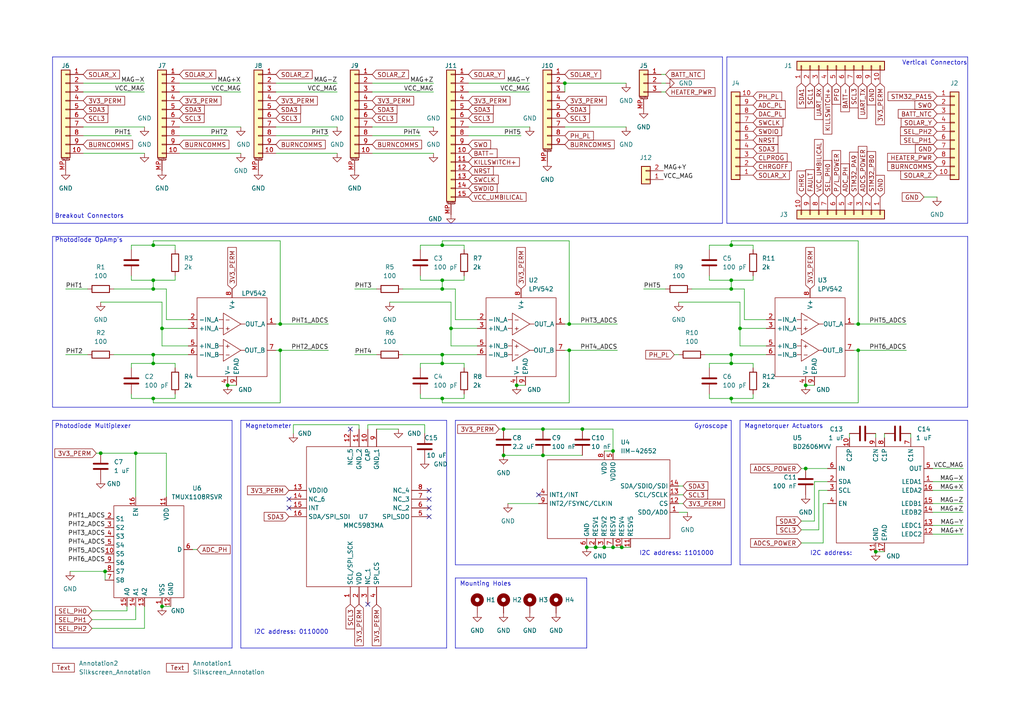
<source format=kicad_sch>
(kicad_sch (version 20230121) (generator eeschema)
  (paper "A4")
  (title_block (title "ADCS subsyetm schematic") (date "01/12/2022") (rev "2.0") (company "NanoSat Lab UPC"))
  (junction (at 212.09 71.12))
  (junction (at 212.09 102.87))
  (junction (at 175.26 158.75))
  (junction (at 29.21 131.445))
  (junction (at 44.45 71.12))
  (junction (at 254 160.02))
  (junction (at 233.68 135.89))
  (junction (at 248.92 101.6))
  (junction (at 39.37 131.445))
  (junction (at 214.63 95.25))
  (junction (at 146.05 132.08))
  (junction (at 128.27 115.57))
  (junction (at 157.48 132.08))
  (junction (at 165.1 101.6))
  (junction (at 163.83 24.13))
  (junction (at 46.99 95.25))
  (junction (at 128.27 83.82))
  (junction (at 66.04 111.76))
  (junction (at 46.99 175.895))
  (junction (at 180.34 158.75))
  (junction (at 212.09 105.41))
  (junction (at 44.45 115.57))
  (junction (at 172.72 158.75))
  (junction (at 44.45 83.82))
  (junction (at 157.48 124.46))
  (junction (at 44.45 105.41))
  (junction (at 177.8 158.75))
  (junction (at 128.27 105.41))
  (junction (at 165.1 93.98))
  (junction (at 44.45 102.87))
  (junction (at 170.18 158.75))
  (junction (at 212.09 81.28))
  (junction (at 212.09 83.82))
  (junction (at 149.86 111.76))
  (junction (at 128.27 71.12))
  (junction (at 233.68 111.76))
  (junction (at 168.91 124.46))
  (junction (at 44.45 81.28))
  (junction (at 81.28 93.98))
  (junction (at 130.81 95.25))
  (junction (at 177.8 130.81))
  (junction (at 146.05 124.46))
  (junction (at 212.09 115.57))
  (junction (at 30.48 165.735))
  (junction (at 248.92 93.98))
  (junction (at 81.28 101.6))
  (junction (at 128.27 102.87))
  (junction (at 128.27 81.28))
  (no_connect (at 106.68 175.26))
  (no_connect (at 83.82 144.78))
  (no_connect (at 124.46 149.86))
  (no_connect (at 124.46 142.24))
  (no_connect (at 101.6 124.46))
  (no_connect (at 156.21 143.51))
  (no_connect (at 124.46 144.78))
  (no_connect (at 124.46 147.32))
  (no_connect (at 83.82 147.32))
  (wire (pts (xy 172.72 158.75) (xy 175.26 158.75)))
  (wire (pts (xy 212.09 102.87) (xy 222.25 102.87)))
  (wire (pts (xy 236.22 139.7) (xy 236.22 151.13)))
  (polyline (pts (xy 15.24 68.58) (xy 280.67 68.58)))
  (wire (pts (xy 138.43 100.33) (xy 130.81 100.33)))
  (wire (pts (xy 236.22 139.7) (xy 240.03 139.7)))
  (wire (pts (xy 163.83 101.6) (xy 165.1 101.6)))
  (wire (pts (xy 36.83 177.165) (xy 26.67 177.165)))
  (wire (pts (xy 38.1 106.68) (xy 38.1 105.41)))
  (wire (pts (xy 38.1 115.57) (xy 44.45 115.57)))
  (polyline (pts (xy 214.63 163.83) (xy 280.67 163.83)))
  (wire (pts (xy 33.02 83.82) (xy 44.45 83.82)))
  (wire (pts (xy 66.04 39.37) (xy 52.07 39.37)))
  (wire (pts (xy 198.12 143.51) (xy 196.85 143.51)))
  (wire (pts (xy 44.45 102.87) (xy 54.61 102.87)))
  (wire (pts (xy 168.91 124.46) (xy 177.8 124.46)))
  (wire (pts (xy 80.01 93.98) (xy 81.28 93.98)))
  (wire (pts (xy 175.26 130.81) (xy 177.8 130.81)))
  (polyline (pts (xy 15.24 16.51) (xy 209.55 16.51)))
  (wire (pts (xy 85.09 123.19) (xy 85.09 125.73)))
  (wire (pts (xy 236.22 151.13) (xy 232.41 151.13)))
  (wire (pts (xy 26.67 182.245) (xy 41.91 182.245)))
  (wire (pts (xy 134.62 81.28) (xy 128.27 81.28)))
  (wire (pts (xy 128.27 81.28) (xy 128.27 83.82)))
  (wire (pts (xy 205.74 71.12) (xy 212.09 71.12)))
  (polyline (pts (xy 132.08 167.64) (xy 132.08 187.96)))
  (wire (pts (xy 44.45 102.87) (xy 44.45 105.41)))
  (polyline (pts (xy 15.24 121.92) (xy 15.24 187.96)))
  (wire (pts (xy 165.1 69.85) (xy 165.1 93.98)))
  (wire (pts (xy 165.1 116.84) (xy 165.1 101.6)))
  (polyline (pts (xy 132.08 167.64) (xy 170.18 167.64)))
  (wire (pts (xy 116.84 102.87) (xy 128.27 102.87)))
  (wire (pts (xy 27.94 131.445) (xy 29.21 131.445)))
  (wire (pts (xy 248.92 69.85) (xy 248.92 93.98)))
  (wire (pts (xy 218.44 105.41) (xy 218.44 106.68)))
  (wire (pts (xy 128.27 102.87) (xy 128.27 105.41)))
  (wire (pts (xy 270.51 148.59) (xy 279.4 148.59)))
  (wire (pts (xy 149.86 111.76) (xy 152.4 111.76)))
  (polyline (pts (xy 214.63 121.92) (xy 280.67 121.92)))
  (wire (pts (xy 107.95 24.13) (xy 125.73 24.13)))
  (polyline (pts (xy 210.82 16.51) (xy 280.67 16.51)))
  (wire (pts (xy 205.74 72.39) (xy 205.74 71.12)))
  (wire (pts (xy 128.27 102.87) (xy 138.43 102.87)))
  (wire (pts (xy 196.85 87.63) (xy 214.63 87.63)))
  (wire (pts (xy 157.48 132.08) (xy 168.91 132.08)))
  (wire (pts (xy 128.27 71.12) (xy 134.62 71.12)))
  (wire (pts (xy 52.07 26.67) (xy 69.85 26.67)))
  (wire (pts (xy 41.91 26.67) (xy 24.13 26.67)))
  (wire (pts (xy 134.62 71.12) (xy 134.62 72.39)))
  (wire (pts (xy 29.21 87.63) (xy 46.99 87.63)))
  (wire (pts (xy 130.81 100.33) (xy 130.81 95.25)))
  (wire (pts (xy 44.45 83.82) (xy 48.26 83.82)))
  (polyline (pts (xy 210.82 16.51) (xy 210.82 64.77)))
  (wire (pts (xy 181.61 36.83) (xy 163.83 36.83)))
  (wire (pts (xy 264.16 125.73) (xy 264.16 127)))
  (wire (pts (xy 193.04 21.59) (xy 191.77 21.59)))
  (wire (pts (xy 50.8 80.01) (xy 50.8 81.28)))
  (wire (pts (xy 44.45 69.85) (xy 81.28 69.85)))
  (wire (pts (xy 38.1 72.39) (xy 38.1 71.12)))
  (wire (pts (xy 267.97 57.15) (xy 271.78 57.15)))
  (polyline (pts (xy 210.82 64.77) (xy 280.67 64.77)))
  (wire (pts (xy 20.32 165.735) (xy 30.48 165.735)))
  (wire (pts (xy 36.83 175.895) (xy 36.83 177.165)))
  (wire (pts (xy 134.62 80.01) (xy 134.62 81.28)))
  (wire (pts (xy 19.05 102.87) (xy 25.4 102.87)))
  (polyline (pts (xy 15.24 118.11) (xy 280.67 118.11)))
  (wire (pts (xy 46.99 100.33) (xy 46.99 95.25)))
  (wire (pts (xy 38.1 81.28) (xy 44.45 81.28)))
  (wire (pts (xy 128.27 115.57) (xy 134.62 115.57)))
  (wire (pts (xy 270.51 139.7) (xy 279.4 139.7)))
  (wire (pts (xy 38.1 39.37) (xy 24.13 39.37)))
  (wire (pts (xy 128.27 116.84) (xy 165.1 116.84)))
  (wire (pts (xy 134.62 114.3) (xy 134.62 115.57)))
  (wire (pts (xy 157.48 124.46) (xy 168.91 124.46)))
  (wire (pts (xy 180.34 158.75) (xy 182.88 158.75)))
  (wire (pts (xy 19.05 83.82) (xy 25.4 83.82)))
  (wire (pts (xy 218.44 114.3) (xy 218.44 115.57)))
  (wire (pts (xy 121.92 106.68) (xy 121.92 105.41)))
  (wire (pts (xy 48.26 131.445) (xy 39.37 131.445)))
  (wire (pts (xy 165.1 101.6) (xy 179.07 101.6)))
  (wire (pts (xy 205.74 105.41) (xy 212.09 105.41)))
  (wire (pts (xy 144.78 124.46) (xy 146.05 124.46)))
  (polyline (pts (xy 15.24 64.77) (xy 209.55 64.77)))
  (wire (pts (xy 57.15 159.385) (xy 55.88 159.385)))
  (polyline (pts (xy 67.31 187.96) (xy 67.31 121.92)))
  (wire (pts (xy 212.09 71.12) (xy 218.44 71.12)))
  (wire (pts (xy 48.26 144.145) (xy 48.26 131.445)))
  (wire (pts (xy 256.54 125.73) (xy 256.54 127)))
  (wire (pts (xy 212.09 71.12) (xy 212.09 69.85)))
  (wire (pts (xy 279.4 135.89) (xy 270.51 135.89)))
  (wire (pts (xy 146.05 124.46) (xy 157.48 124.46)))
  (wire (pts (xy 218.44 81.28) (xy 212.09 81.28)))
  (wire (pts (xy 200.66 83.82) (xy 212.09 83.82)))
  (wire (pts (xy 52.07 24.13) (xy 69.85 24.13)))
  (wire (pts (xy 38.1 114.3) (xy 38.1 115.57)))
  (wire (pts (xy 46.99 175.895) (xy 49.53 175.895)))
  (wire (pts (xy 233.68 135.89) (xy 232.41 135.89)))
  (wire (pts (xy 212.09 69.85) (xy 248.92 69.85)))
  (polyline (pts (xy 15.24 68.58) (xy 15.24 118.11)))
  (wire (pts (xy 147.32 146.05) (xy 156.21 146.05)))
  (wire (pts (xy 248.92 116.84) (xy 248.92 101.6)))
  (wire (pts (xy 205.74 114.3) (xy 205.74 115.57)))
  (wire (pts (xy 41.91 182.245) (xy 41.91 175.895)))
  (wire (pts (xy 128.27 69.85) (xy 165.1 69.85)))
  (wire (pts (xy 80.01 24.13) (xy 97.79 24.13)))
  (wire (pts (xy 270.51 152.4) (xy 279.4 152.4)))
  (polyline (pts (xy 15.24 121.92) (xy 67.31 121.92)))
  (wire (pts (xy 212.09 105.41) (xy 218.44 105.41)))
  (wire (pts (xy 48.26 92.71) (xy 54.61 92.71)))
  (wire (pts (xy 212.09 115.57) (xy 218.44 115.57)))
  (wire (pts (xy 177.8 124.46) (xy 177.8 130.81)))
  (wire (pts (xy 232.41 153.67) (xy 237.49 153.67)))
  (wire (pts (xy 130.81 95.25) (xy 138.43 95.25)))
  (wire (pts (xy 81.28 93.98) (xy 95.25 93.98)))
  (wire (pts (xy 39.37 131.445) (xy 29.21 131.445)))
  (polyline (pts (xy 209.55 64.77) (xy 209.55 16.51)))
  (wire (pts (xy 38.1 105.41) (xy 44.45 105.41)))
  (wire (pts (xy 215.9 92.71) (xy 222.25 92.71)))
  (wire (pts (xy 193.04 24.13) (xy 191.77 24.13)))
  (wire (pts (xy 104.14 123.19) (xy 104.14 124.46)))
  (wire (pts (xy 102.87 83.82) (xy 109.22 83.82)))
  (wire (pts (xy 52.07 44.45) (xy 69.85 44.45)))
  (wire (pts (xy 248.92 93.98) (xy 262.89 93.98)))
  (wire (pts (xy 215.9 83.82) (xy 215.9 92.71)))
  (wire (pts (xy 212.09 115.57) (xy 212.09 116.84)))
  (polyline (pts (xy 214.63 121.92) (xy 214.63 163.83)))
  (wire (pts (xy 50.8 71.12) (xy 50.8 72.39)))
  (wire (pts (xy 97.79 44.45) (xy 80.01 44.45)))
  (wire (pts (xy 238.76 146.05) (xy 240.03 146.05)))
  (wire (pts (xy 204.47 102.87) (xy 212.09 102.87)))
  (wire (pts (xy 218.44 71.12) (xy 218.44 72.39)))
  (wire (pts (xy 80.01 26.67) (xy 97.79 26.67)))
  (wire (pts (xy 153.67 36.83) (xy 135.89 36.83)))
  (wire (pts (xy 128.27 71.12) (xy 128.27 69.85)))
  (polyline (pts (xy 69.85 121.92) (xy 69.85 187.96)))
  (wire (pts (xy 186.69 83.82) (xy 193.04 83.82)))
  (wire (pts (xy 81.28 69.85) (xy 81.28 93.98)))
  (wire (pts (xy 80.01 101.6) (xy 81.28 101.6)))
  (polyline (pts (xy 129.54 187.96) (xy 129.54 121.92)))
  (wire (pts (xy 233.68 111.76) (xy 236.22 111.76)))
  (wire (pts (xy 26.67 179.705) (xy 39.37 179.705)))
  (wire (pts (xy 212.09 116.84) (xy 248.92 116.84)))
  (wire (pts (xy 66.04 111.76) (xy 68.58 111.76)))
  (wire (pts (xy 44.45 115.57) (xy 50.8 115.57)))
  (wire (pts (xy 81.28 116.84) (xy 81.28 101.6)))
  (wire (pts (xy 39.37 131.445) (xy 39.37 144.145)))
  (wire (pts (xy 46.99 87.63) (xy 46.99 95.25)))
  (wire (pts (xy 121.92 39.37) (xy 107.95 39.37)))
  (wire (pts (xy 102.87 102.87) (xy 109.22 102.87)))
  (wire (pts (xy 123.19 123.19) (xy 123.19 125.73)))
  (wire (pts (xy 163.83 93.98) (xy 165.1 93.98)))
  (wire (pts (xy 270.51 146.05) (xy 279.4 146.05)))
  (wire (pts (xy 128.27 115.57) (xy 128.27 116.84)))
  (wire (pts (xy 232.41 157.48) (xy 238.76 157.48)))
  (polyline (pts (xy 69.85 121.92) (xy 129.54 121.92)))
  (wire (pts (xy 50.8 105.41) (xy 50.8 106.68)))
  (wire (pts (xy 106.68 123.19) (xy 123.19 123.19)))
  (wire (pts (xy 205.74 115.57) (xy 212.09 115.57)))
  (wire (pts (xy 248.92 101.6) (xy 262.89 101.6)))
  (polyline (pts (xy 132.08 121.92) (xy 212.09 121.92)))
  (wire (pts (xy 128.27 83.82) (xy 132.08 83.82)))
  (wire (pts (xy 135.89 26.67) (xy 153.67 26.67)))
  (wire (pts (xy 44.45 71.12) (xy 44.45 69.85)))
  (wire (pts (xy 48.26 83.82) (xy 48.26 92.71)))
  (wire (pts (xy 165.1 93.98) (xy 179.07 93.98)))
  (polyline (pts (xy 212.09 163.83) (xy 212.09 121.92)))
  (wire (pts (xy 121.92 80.01) (xy 121.92 81.28)))
  (wire (pts (xy 270.51 154.94) (xy 279.4 154.94)))
  (wire (pts (xy 254 160.02) (xy 256.54 160.02)))
  (wire (pts (xy 212.09 81.28) (xy 212.09 83.82)))
  (wire (pts (xy 69.85 36.83) (xy 52.07 36.83)))
  (wire (pts (xy 109.22 124.46) (xy 115.57 124.46)))
  (wire (pts (xy 163.83 24.13) (xy 163.83 26.67)))
  (wire (pts (xy 254 125.73) (xy 254 127)))
  (wire (pts (xy 247.65 101.6) (xy 248.92 101.6)))
  (wire (pts (xy 54.61 100.33) (xy 46.99 100.33)))
  (wire (pts (xy 146.05 132.08) (xy 157.48 132.08)))
  (wire (pts (xy 212.09 102.87) (xy 212.09 105.41)))
  (wire (pts (xy 44.45 105.41) (xy 50.8 105.41)))
  (wire (pts (xy 196.85 148.59) (xy 199.39 148.59)))
  (wire (pts (xy 247.65 93.98) (xy 248.92 93.98)))
  (wire (pts (xy 238.76 157.48) (xy 238.76 146.05)))
  (wire (pts (xy 135.89 24.13) (xy 153.67 24.13)))
  (polyline (pts (xy 69.85 187.96) (xy 129.54 187.96)))
  (polyline (pts (xy 15.24 16.51) (xy 15.24 64.77)))
  (wire (pts (xy 214.63 100.33) (xy 214.63 95.25)))
  (wire (pts (xy 233.68 135.89) (xy 240.03 135.89)))
  (wire (pts (xy 218.44 80.01) (xy 218.44 81.28)))
  (wire (pts (xy 121.92 114.3) (xy 121.92 115.57)))
  (wire (pts (xy 198.12 140.97) (xy 196.85 140.97)))
  (wire (pts (xy 121.92 71.12) (xy 128.27 71.12)))
  (polyline (pts (xy 170.18 187.96) (xy 170.18 167.64)))
  (wire (pts (xy 246.38 125.73) (xy 246.38 127)))
  (wire (pts (xy 121.92 105.41) (xy 128.27 105.41)))
  (polyline (pts (xy 132.08 163.83) (xy 212.09 163.83)))
  (wire (pts (xy 121.92 115.57) (xy 128.27 115.57)))
  (wire (pts (xy 97.79 36.83) (xy 80.01 36.83)))
  (wire (pts (xy 44.45 81.28) (xy 44.45 83.82)))
  (wire (pts (xy 151.13 39.37) (xy 135.89 39.37)))
  (wire (pts (xy 181.61 24.13) (xy 163.83 24.13)))
  (wire (pts (xy 116.84 83.82) (xy 128.27 83.82)))
  (wire (pts (xy 95.25 39.37) (xy 80.01 39.37)))
  (wire (pts (xy 134.62 105.41) (xy 134.62 106.68)))
  (wire (pts (xy 41.91 36.83) (xy 24.13 36.83)))
  (wire (pts (xy 50.8 81.28) (xy 44.45 81.28)))
  (wire (pts (xy 39.37 179.705) (xy 39.37 175.895)))
  (wire (pts (xy 205.74 81.28) (xy 212.09 81.28)))
  (wire (pts (xy 50.8 114.3) (xy 50.8 115.57)))
  (polyline (pts (xy 15.24 187.96) (xy 67.31 187.96)))
  (wire (pts (xy 121.92 72.39) (xy 121.92 71.12)))
  (wire (pts (xy 222.25 100.33) (xy 214.63 100.33)))
  (polyline (pts (xy 280.67 163.83) (xy 280.67 121.92)))
  (wire (pts (xy 104.14 123.19) (xy 85.09 123.19)))
  (polyline (pts (xy 132.08 121.92) (xy 132.08 163.83)))
  (wire (pts (xy 193.04 26.67) (xy 191.77 26.67)))
  (wire (pts (xy 38.1 80.01) (xy 38.1 81.28)))
  (wire (pts (xy 106.68 123.19) (xy 106.68 124.46)))
  (wire (pts (xy 170.18 158.75) (xy 172.72 158.75)))
  (wire (pts (xy 46.99 95.25) (xy 54.61 95.25)))
  (wire (pts (xy 175.26 158.75) (xy 177.8 158.75)))
  (wire (pts (xy 121.92 81.28) (xy 128.27 81.28)))
  (wire (pts (xy 107.95 26.67) (xy 125.73 26.67)))
  (wire (pts (xy 125.73 36.83) (xy 107.95 36.83)))
  (wire (pts (xy 214.63 95.25) (xy 222.25 95.25)))
  (wire (pts (xy 132.08 83.82) (xy 132.08 92.71)))
  (wire (pts (xy 214.63 87.63) (xy 214.63 95.25)))
  (wire (pts (xy 205.74 80.01) (xy 205.74 81.28)))
  (polyline (pts (xy 132.08 187.96) (xy 170.18 187.96)))
  (wire (pts (xy 205.74 106.68) (xy 205.74 105.41)))
  (wire (pts (xy 237.49 142.24) (xy 240.03 142.24)))
  (wire (pts (xy 33.02 102.87) (xy 44.45 102.87)))
  (wire (pts (xy 113.03 87.63) (xy 130.81 87.63)))
  (wire (pts (xy 44.45 71.12) (xy 50.8 71.12)))
  (wire (pts (xy 128.27 105.41) (xy 134.62 105.41)))
  (wire (pts (xy 237.49 153.67) (xy 237.49 142.24)))
  (wire (pts (xy 198.12 146.05) (xy 196.85 146.05)))
  (wire (pts (xy 44.45 115.57) (xy 44.45 116.84)))
  (wire (pts (xy 195.58 102.87) (xy 196.85 102.87)))
  (wire (pts (xy 177.8 158.75) (xy 180.34 158.75)))
  (wire (pts (xy 38.1 71.12) (xy 44.45 71.12)))
  (wire (pts (xy 24.13 24.13) (xy 41.91 24.13)))
  (wire (pts (xy 125.73 44.45) (xy 107.95 44.45)))
  (wire (pts (xy 44.45 116.84) (xy 81.28 116.84)))
  (polyline (pts (xy 280.67 118.11) (xy 280.67 68.58)))
  (wire (pts (xy 30.48 165.735) (xy 30.48 168.275)))
  (wire (pts (xy 81.28 101.6) (xy 95.25 101.6)))
  (wire (pts (xy 130.81 87.63) (xy 130.81 95.25)))
  (wire (pts (xy 212.09 83.82) (xy 215.9 83.82)))
  (polyline (pts (xy 280.67 64.77) (xy 280.67 16.51)))
  (wire (pts (xy 41.91 44.45) (xy 24.13 44.45)))
  (wire (pts (xy 132.08 92.71) (xy 138.43 92.71)))
  (wire (pts (xy 270.51 142.24) (xy 279.4 142.24)))
  (text "Mounting Holes" (at 133.35 170.18 0) (effects (font (size 1.27 1.27)) (justify left bottom)))
  (text "Breakout Connectors" (at 15.875 63.5 0) (effects (font (size 1.27 1.27)) (justify left bottom)))
  (text "I2C address: 1101000" (at 185.42 161.29 0) (effects (font (size 1.27 1.27)) (justify left bottom)))
  (text "Photodiode Multiplexer\n" (at 15.875 124.46 0) (effects (font (size 1.27 1.27)) (justify left bottom)))
  (text "I2C address: " (at 234.95 161.29 0) (effects (font (size 1.27 1.27)) (justify left bottom)))
  (text "Gyroscope" (at 201.295 124.46 0) (effects (font (size 1.27 1.27)) (justify left bottom)))
  (text "I2C address: 0110000" (at 73.66 184.15 0) (effects (font (size 1.27 1.27)) (justify left bottom)))
  (text "Photodiode OpAmp's" (at 15.875 70.485 0) (effects (font (size 1.27 1.27)) (justify left bottom)))
  (text "Magnetorquer Actuators" (at 215.9 124.46 0) (effects (font (size 1.27 1.27)) (justify left bottom)))
  (text "Vertical Connectors" (at 261.62 19.05 0) (effects (font (size 1.27 1.27)) (justify left bottom)))
  (text "Magnetometer\n" (at 71.12 124.46 0) (effects (font (size 1.27 1.27)) (justify left bottom)))
  (label "PHT3" (at 102.87 83.82 0))
  (label "PHT4" (at 121.92 39.37 180))
  (label "MAG-X" (at 41.91 24.13 180))
  (label "PHT5" (at 186.69 83.82 0))
  (label "MAG+Z" (at 125.73 24.13 180))
  (label "PHT3" (at 95.25 39.37 180))
  (label "MAG-Z" (at 97.79 24.13 180))
  (label "MAG-Y" (at 153.67 24.13 180))
  (label "PHT1_ADCS" (at 95.25 93.98 180))
  (label "MAG-Y" (at 279.4 152.4 180))
  (label "VCC_MAG" (at 125.73 26.67 180))
  (label "PHT5_ADCS" (at 30.48 160.655 180))
  (label "PHT3_ADCS" (at 30.48 155.575 180))
  (label "PHT4" (at 102.87 102.87 0))
  (label "PHT2_ADCS" (at 30.48 153.035 180))
  (label "PHT6_ADCS" (at 262.89 101.6 180))
  (label "VCC_MAG" (at 41.91 26.67 180))
  (label "VCC_MAG" (at 69.85 26.67 180))
  (label "PHT2" (at 66.04 39.37 180))
  (label "PHT1" (at 19.05 83.82 0))
  (label "PHT6_ADCS" (at 30.48 163.195 180))
  (label "MAG+X" (at 279.4 142.24 180))
  (label "PHT4_ADCS" (at 179.07 101.6 180))
  (label "VCC_MAG" (at 279.4 135.89 180))
  (label "PHT1" (at 38.1 39.37 180))
  (label "PHT5" (at 151.13 39.37 180))
  (label "PHT2" (at 19.05 102.87 0))
  (label "PHT2_ADCS" (at 95.25 101.6 180))
  (label "MAG+Y" (at 279.4 154.94 180))
  (label "MAG+Z" (at 279.4 148.59 180))
  (label "PHT4_ADCS" (at 30.48 158.115 180))
  (label "PHT1_ADCS" (at 30.48 150.495 180))
  (label "VCC_MAG" (at 153.67 26.67 180))
  (label "MAG-Z" (at 279.4 146.05 180))
  (label "PHT5_ADCS" (at 262.89 93.98 180))
  (label "PHT3_ADCS" (at 179.07 93.98 180))
  (label "VCC_MAG" (at 97.79 26.67 180))
  (label "MAG+X" (at 69.85 24.13 180))
  (label "MAG-X" (at 279.4 139.7 180))
  (label "MAG+Y" (at 192.405 49.53 0))
  (label "VCC_MAG" (at 192.405 52.07 0))
  (global_label "3V3_PERM" (shape input) (at 52.07 29.21 0) (property "Intersheetrefs" "${INTERSHEET_REFS}" (effects hide)))
  (global_label "SOLAR_Y" (shape input) (at 271.78 35.56 180) (property "Intersheetrefs" "${INTERSHEET_REFS}" (effects hide)))
  (global_label "SWDIO" (shape input) (at 218.44 38.1 0) (property "Intersheetrefs" "${INTERSHEET_REFS}" (effects hide)))
  (global_label "BATT_NTC" (shape input) (at 271.78 33.02 180) (property "Intersheetrefs" "${INTERSHEET_REFS}" (effects hide)))
  (global_label "SDA1" (shape input) (at 232.41 24.13 270) (property "Intersheetrefs" "${INTERSHEET_REFS}" (effects hide)))
  (global_label "BATT-" (shape input) (at 135.89 44.45 0) (property "Intersheetrefs" "${INTERSHEET_REFS}" (effects hide)))
  (global_label "STM32_PA15" (shape input) (at 271.78 27.94 180) (property "Intersheetrefs" "${INTERSHEET_REFS}" (effects hide)))
  (global_label "VCC_UMBILICAL" (shape input) (at 135.89 57.15 0) (property "Intersheetrefs" "${INTERSHEET_REFS}" (effects hide)))
  (global_label "STM32_PA9" (shape input) (at 247.65 57.15 90) (property "Intersheetrefs" "${INTERSHEET_REFS}" (effects hide)))
  (global_label "3V3_PERM" (shape input) (at 163.83 29.21 0) (property "Intersheetrefs" "${INTERSHEET_REFS}" (effects hide)))
  (global_label "3V3_PERM" (shape input) (at 135.89 29.21 0) (property "Intersheetrefs" "${INTERSHEET_REFS}" (effects hide)))
  (global_label "GND" (shape input) (at 271.78 43.18 180) (property "Intersheetrefs" "${INTERSHEET_REFS}" (effects hide)))
  (global_label "BURNCOMMS" (shape input) (at 52.07 41.91 0) (property "Intersheetrefs" "${INTERSHEET_REFS}" (effects hide)))
  (global_label "SDA3" (shape input) (at 163.83 31.75 0) (property "Intersheetrefs" "${INTERSHEET_REFS}" (effects hide)))
  (global_label "SDA3" (shape input) (at 80.01 31.75 0) (property "Intersheetrefs" "${INTERSHEET_REFS}" (effects hide)))
  (global_label "FAULT" (shape input) (at 234.95 57.15 90) (property "Intersheetrefs" "${INTERSHEET_REFS}" (effects hide)))
  (global_label "SEL_PH0" (shape input) (at 240.03 57.15 90) (property "Intersheetrefs" "${INTERSHEET_REFS}" (effects hide)))
  (global_label "BATT-" (shape input) (at 245.11 24.13 270) (property "Intersheetrefs" "${INTERSHEET_REFS}" (effects hide)))
  (global_label "UART_RX" (shape input) (at 237.49 24.13 270) (property "Intersheetrefs" "${INTERSHEET_REFS}" (effects hide)))
  (global_label "3V3_PERM" (shape input) (at 151.13 83.82 90) (property "Intersheetrefs" "${INTERSHEET_REFS}" (effects hide)))
  (global_label "SOLAR_Z" (shape input) (at 107.95 21.59 0) (property "Intersheetrefs" "${INTERSHEET_REFS}" (effects hide)))
  (global_label "ADCS_POWER" (shape input) (at 232.41 135.89 180) (property "Intersheetrefs" "${INTERSHEET_REFS}" (effects hide)))
  (global_label "SCL3" (shape input) (at 107.95 34.29 0) (property "Intersheetrefs" "${INTERSHEET_REFS}" (effects hide)))
  (global_label "BURNCOMMS" (shape input) (at 271.78 48.26 180) (property "Intersheetrefs" "${INTERSHEET_REFS}" (effects hide)))
  (global_label "SOLAR_X" (shape input) (at 52.07 21.59 0) (property "Intersheetrefs" "${INTERSHEET_REFS}" (effects hide)))
  (global_label "KILLSWITCH+" (shape input) (at 240.03 24.13 270) (property "Intersheetrefs" "${INTERSHEET_REFS}" (effects hide)))
  (global_label "SDA3" (shape input) (at 107.95 31.75 0) (property "Intersheetrefs" "${INTERSHEET_REFS}" (effects hide)))
  (global_label "SDA3" (shape input) (at 135.89 31.75 0) (property "Intersheetrefs" "${INTERSHEET_REFS}" (effects hide)))
  (global_label "SWO" (shape input) (at 135.89 41.91 0) (property "Intersheetrefs" "${INTERSHEET_REFS}" (effects hide)))
  (global_label "3V3_PERM" (shape input) (at 198.12 146.05 0) (property "Intersheetrefs" "${INTERSHEET_REFS}" (effects hide)))
  (global_label "SCL3" (shape input) (at 101.6 175.26 270) (property "Intersheetrefs" "${INTERSHEET_REFS}" (effects hide)))
  (global_label "SOLAR_X" (shape input) (at 218.44 50.8 0) (property "Intersheetrefs" "${INTERSHEET_REFS}" (effects hide)))
  (global_label "SDA3" (shape input) (at 232.41 151.13 180) (property "Intersheetrefs" "${INTERSHEET_REFS}" (effects hide)))
  (global_label "SWCLK" (shape input) (at 135.89 52.07 0) (property "Intersheetrefs" "${INTERSHEET_REFS}" (effects hide)))
  (global_label "HEATER_PWR" (shape input) (at 271.78 45.72 180) (property "Intersheetrefs" "${INTERSHEET_REFS}" (effects hide)))
  (global_label "3V3_PERM" (shape input) (at 67.31 83.82 90) (property "Intersheetrefs" "${INTERSHEET_REFS}" (effects hide)))
  (global_label "NRST" (shape input) (at 218.44 40.64 0) (property "Intersheetrefs" "${INTERSHEET_REFS}" (effects hide)))
  (global_label "SOLAR_Z" (shape input) (at 271.78 50.8 180) (property "Intersheetrefs" "${INTERSHEET_REFS}" (effects hide)))
  (global_label "SDA3" (shape input) (at 24.13 31.75 0) (property "Intersheetrefs" "${INTERSHEET_REFS}" (effects hide)))
  (global_label "SOLAR_Z" (shape input) (at 80.01 21.59 0) (property "Intersheetrefs" "${INTERSHEET_REFS}" (effects hide)))
  (global_label "3V3_PERM" (shape input) (at 83.82 142.24 180) (property "Intersheetrefs" "${INTERSHEET_REFS}" (effects hide)))
  (global_label "KILLSWITCH+" (shape input) (at 135.89 46.99 0) (property "Intersheetrefs" "${INTERSHEET_REFS}" (effects hide)))
  (global_label "GND" (shape input) (at 267.97 57.15 180) (property "Intersheetrefs" "${INTERSHEET_REFS}" (effects hide)))
  (global_label "SDA3" (shape input) (at 218.44 43.18 0) (property "Intersheetrefs" "${INTERSHEET_REFS}" (effects hide)))
  (global_label "SOLAR_Y" (shape input) (at 163.83 21.59 0) (property "Intersheetrefs" "${INTERSHEET_REFS}" (effects hide)))
  (global_label "CLPROG" (shape input) (at 218.44 45.72 0) (property "Intersheetrefs" "${INTERSHEET_REFS}" (effects hide)))
  (global_label "PH_PL" (shape input) (at 195.58 102.87 180) (property "Intersheetrefs" "${INTERSHEET_REFS}" (effects hide)))
  (global_label "SEL_PH2" (shape input) (at 26.67 182.245 180) (property "Intersheetrefs" "${INTERSHEET_REFS}" (effects hide)))
  (global_label "SOLAR_X" (shape input) (at 24.13 21.59 0) (property "Intersheetrefs" "${INTERSHEET_REFS}" (effects hide)))
  (global_label "BATT_NTC" (shape input) (at 193.04 21.59 0) (property "Intersheetrefs" "${INTERSHEET_REFS}" (effects hide)))
  (global_label "SWDIO" (shape input) (at 135.89 54.61 0) (property "Intersheetrefs" "${INTERSHEET_REFS}" (effects hide)))
  (global_label "ADCS_POWER" (shape input) (at 250.19 57.15 90) (property "Intersheetrefs" "${INTERSHEET_REFS}" (effects hide)))
  (global_label "SWCLK" (shape input) (at 218.44 35.56 0) (property "Intersheetrefs" "${INTERSHEET_REFS}" (effects hide)))
  (global_label "UART_TX" (shape input) (at 250.19 24.13 270) (property "Intersheetrefs" "${INTERSHEET_REFS}" (effects hide)))
  (global_label "GND" (shape input) (at 255.27 57.15 90) (property "Intersheetrefs" "${INTERSHEET_REFS}" (effects hide)))
  (global_label "CHRGOFF" (shape input) (at 218.44 48.26 0) (property "Intersheetrefs" "${INTERSHEET_REFS}" (effects hide)))
  (global_label "SEL_PH1" (shape input) (at 26.67 179.705 180) (property "Intersheetrefs" "${INTERSHEET_REFS}" (effects hide)))
  (global_label "3V3_PERM" (shape input) (at 255.27 24.13 270) (property "Intersheetrefs" "${INTERSHEET_REFS}" (effects hide)))
  (global_label "SDA3" (shape input) (at 198.12 140.97 0) (property "Intersheetrefs" "${INTERSHEET_REFS}" (effects hide)))
  (global_label "ADC_PL" (shape input) (at 218.44 30.48 0) (property "Intersheetrefs" "${INTERSHEET_REFS}" (effects hide)))
  (global_label "SCL3" (shape input) (at 135.89 34.29 0) (property "Intersheetrefs" "${INTERSHEET_REFS}" (effects hide)))
  (global_label "ADCS_POWER" (shape input) (at 232.41 157.48 180) (property "Intersheetrefs" "${INTERSHEET_REFS}" (effects hide)))
  (global_label "3V3_PERM" (shape input) (at 24.13 29.21 0) (property "Intersheetrefs" "${INTERSHEET_REFS}" (effects hide)))
  (global_label "BURNCOMMS" (shape input) (at 107.95 41.91 0) (property "Intersheetrefs" "${INTERSHEET_REFS}" (effects hide)))
  (global_label "ADC_PH" (shape input) (at 245.11 57.15 90) (property "Intersheetrefs" "${INTERSHEET_REFS}" (effects hide)))
  (global_label "CHRG" (shape input) (at 232.41 57.15 90) (property "Intersheetrefs" "${INTERSHEET_REFS}" (effects hide)))
  (global_label "SWO" (shape input) (at 271.78 30.48 180) (property "Intersheetrefs" "${INTERSHEET_REFS}" (effects hide)))
  (global_label "NRST" (shape input) (at 135.89 49.53 0) (property "Intersheetrefs" "${INTERSHEET_REFS}" (effects hide)))
  (global_label "ADC_PH" (shape input) (at 57.15 159.385 0) (property "Intersheetrefs" "${INTERSHEET_REFS}" (effects hide)))
  (global_label "SCL3" (shape input) (at 80.01 34.29 0) (property "Intersheetrefs" "${INTERSHEET_REFS}" (effects hide)))
  (global_label "SEL_PH2" (shape input) (at 271.78 38.1 180) (property "Intersheetrefs" "${INTERSHEET_REFS}" (effects hide)))
  (global_label "SCL3" (shape input) (at 198.12 143.51 0) (property "Intersheetrefs" "${INTERSHEET_REFS}" (effects hide)))
  (global_label "3V3_PERM" (shape input) (at 80.01 29.21 0) (property "Intersheetrefs" "${INTERSHEET_REFS}" (effects hide)))
  (global_label "SCL3" (shape input) (at 247.65 24.13 270) (property "Intersheetrefs" "${INTERSHEET_REFS}" (effects hide)))
  (global_label "VCC_UMBILICAL" (shape input) (at 237.49 57.15 90) (property "Intersheetrefs" "${INTERSHEET_REFS}" (effects hide)))
  (global_label "SEL_PH1" (shape input) (at 271.78 40.64 180) (property "Intersheetrefs" "${INTERSHEET_REFS}" (effects hide)))
  (global_label "SCL3" (shape input) (at 163.83 34.29 0) (property "Intersheetrefs" "${INTERSHEET_REFS}" (effects hide)))
  (global_label "BURNCOMMS" (shape input) (at 24.13 41.91 0) (property "Intersheetrefs" "${INTERSHEET_REFS}" (effects hide)))
  (global_label "DAC_PL" (shape input) (at 218.44 33.02 0) (property "Intersheetrefs" "${INTERSHEET_REFS}" (effects hide)))
  (global_label "BURNCOMMS" (shape input) (at 80.01 41.91 0) (property "Intersheetrefs" "${INTERSHEET_REFS}" (effects hide)))
  (global_label "3V3_PERM" (shape input) (at 104.14 175.26 270) (property "Intersheetrefs" "${INTERSHEET_REFS}" (effects hide)))
  (global_label "PFO" (shape input) (at 242.57 24.13 270) (property "Intersheetrefs" "${INTERSHEET_REFS}" (effects hide)))
  (global_label "3V3_PERM" (shape input) (at 234.95 83.82 90) (property "Intersheetrefs" "${INTERSHEET_REFS}" (effects hide)))
  (global_label "SCL3" (shape input) (at 232.41 153.67 180) (property "Intersheetrefs" "${INTERSHEET_REFS}" (effects hide)))
  (global_label "SCL3" (shape input) (at 24.13 34.29 0) (property "Intersheetrefs" "${INTERSHEET_REFS}" (effects hide)))
  (global_label "STM32_PB0" (shape input) (at 252.73 57.15 90) (property "Intersheetrefs" "${INTERSHEET_REFS}" (effects hide)))
  (global_label "BURNCOMMS" (shape input) (at 163.83 41.91 0) (property "Intersheetrefs" "${INTERSHEET_REFS}" (effects hide)))
  (global_label "3V3_PERM" (shape input) (at 144.78 124.46 180) (property "Intersheetrefs" "${INTERSHEET_REFS}" (effects hide)))
  (global_label "3V3_PERM" (shape input) (at 109.22 175.26 270) (property "Intersheetrefs" "${INTERSHEET_REFS}" (effects hide)))
  (global_label "3V3_PERM" (shape input) (at 27.94 131.445 180) (property "Intersheetrefs" "${INTERSHEET_REFS}" (effects hide)))
  (global_label "PH_PL" (shape input) (at 218.44 27.94 0) (property "Intersheetrefs" "${INTERSHEET_REFS}" (effects hide)))
  (global_label "HEATER_PWR" (shape input) (at 193.04 26.67 0) (property "Intersheetrefs" "${INTERSHEET_REFS}" (effects hide)))
  (global_label "PH_PL" (shape input) (at 163.83 39.37 0) (property "Intersheetrefs" "${INTERSHEET_REFS}" (effects hide)))
  (global_label "SDA3" (shape input) (at 52.07 31.75 0) (property "Intersheetrefs" "${INTERSHEET_REFS}" (effects hide)))
  (global_label "P{slash}L_POWER" (shape input) (at 242.57 57.15 90) (property "Intersheetrefs" "${INTERSHEET_REFS}" (effects hide)))
  (global_label "3V3_PERM" (shape input) (at 107.95 29.21 0) (property "Intersheetrefs" "${INTERSHEET_REFS}" (effects hide)))
  (global_label "SOLAR_Y" (shape input) (at 135.89 21.59 0) (property "Intersheetrefs" "${INTERSHEET_REFS}" (effects hide)))
  (global_label "SDA3" (shape input) (at 83.82 149.86 180) (property "Intersheetrefs" "${INTERSHEET_REFS}" (effects hide)))
  (global_label "GND" (shape input) (at 252.73 24.13 270) (property "Intersheetrefs" "${INTERSHEET_REFS}" (effects hide)))
  (global_label "SCL1" (shape input) (at 234.95 24.13 270) (property "Intersheetrefs" "${INTERSHEET_REFS}" (effects hide)))
  (global_label "SEL_PH0" (shape input) (at 26.67 177.165 180) (property "Intersheetrefs" "${INTERSHEET_REFS}" (effects hide)))
  (global_label "SCL3" (shape input) (at 52.07 34.29 0) (property "Intersheetrefs" "${INTERSHEET_REFS}" (effects hide)))
  (symbol (lib_id "Device:R") (at 113.03 83.82 90) (unit 1)
    (property "Reference" "R5" (at 113.03 77.47 90))
    (property "Value" "100" (at 113.03 80.01 90))
    (property "Footprint" "Resistor_SMD:R_0603_1608Metric" (effects hide))
    (property "Manufacturer 1" "YAGEO" (effects hide))
    (property "Manufacturer Part Number 1" "AC0603FR-13100RL" (effects hide))
    (property "Supplier 1" "Mouser" (effects hide))
    (property "Supplier Part Number 1" "603-AC0603FR-13100RL" (effects hide))
  )
  (symbol (lib_name "GND_6") (lib_id "power:GND") (at 147.32 146.05 0) (unit 1)
    (property "Reference" "#PWR010" (effects hide))
    (property "Value" "GND" (at 147.32 151.13 0))
  )
  (symbol (lib_id "Device:C") (at 205.74 76.2 0) (unit 1)
    (property "Reference" "C5" (at 209.55 74.9299 0) (effects (justify left)))
    (property "Value" "100 pF" (at 209.55 77.4699 0) (effects (justify left)))
    (property "Footprint" "Capacitor_SMD:C_0603_1608Metric" (effects hide))
    (property "Manufacturer 1" "KYOCERA AVX" (effects hide))
    (property "Manufacturer Part Number 1" "06035C101K4T2A" (effects hide))
    (property "Supplier 1" "Mouser" (effects hide))
    (property "Supplier Part Number 1" "581-06035C101K4T2A" (effects hide))
  )
  (symbol (lib_id "connector-nsl:Picoclasp15") (at 130.81 39.37 0) (mirror y) (unit 1)
    (property "Reference" "J11" (at 130.81 19.05 0))
    (property "Value" "Pico-Clasp_01x15" (effects hide))
    (property "Footprint" "connector-nsl:Picoclasp15" (effects hide))
    (property "Supplier 1" "Mouser" (effects hide))
    (property "Manufacturer 1" "Molex" (effects hide))
    (property "Manufacturer Part Number 1" "504449-1507" (effects hide))
    (property "Supplier Part Number 1" "538-504449-1507" (effects hide))
  )
  (symbol (lib_id "Mechanical:MountingHole_Pad") (at 146.05 175.26 0) (unit 1)
    (property "Reference" "H2" (at 148.59 173.9899 0) (effects (justify left)))
    (property "Value" "MountingHole_Pad" (effects hide))
    (property "Footprint" "MountingHole:MountingHole_3.2mm_M3_Pad" (effects hide))
    (property "Supplier 1" "N/A" (effects hide))
    (property "Manufacturer 1" "N/A" (effects hide))
    (property "Manufacturer Part Number 1" "N/A" (effects hide))
    (property "Supplier Part Number 1" "N/A" (effects hide))
  )
  (symbol (lib_id "sensor-nsl:IIM-42652") (at 176.53 144.78 0) (unit 1)
    (property "Reference" "U4" (at 179.9941 128.27 0) (effects (justify left)))
    (property "Value" "IIM-42652" (at 179.9941 130.81 0) (effects (justify left)))
    (property "Footprint" "sensor-nsl:IIM42652" (effects hide))
    (property "Datasheet" "https://product.tdk.com/system/files/dam/doc/product/sensor/mortion-inertial/imu/data_sheet/ds-000401-iim-42652.pdf" (effects hide))
    (property "Description" "IMU (Inertial Measurement Unit), 6-Axis, Accelerometer, Gyroscope" (effects hide))
    (property "Height" "0.97" (effects hide))
    (property "Manufacturer_Name" "TDK" (effects hide))
    (property "Manufacturer_Part_Number" "IIM-42652" (effects hide))
    (property "Mouser Part Number" "410-IIM-42652" (effects hide))
    (property "Mouser Price/Stock" "https://www.mouser.co.uk/ProductDetail/TDK-InvenSense/IIM-42652?qs=CiayqK2gdcJdwMEsK7YW9Q%3D%3D" (effects hide))
    (property "Arrow Part Number" "IIM-42652" (effects hide))
    (property "Arrow Price/Stock" "https://www.arrow.com/en/products/iim-42652/invensense?region=nac" (effects hide))
    (property "Supplier 1" "Mouser" (effects hide))
    (property "Manufacturer 1" "TDK InvenSense" (effects hide))
    (property "Manufacturer Part Number 1" "IIM-42652" (effects hide))
    (property "Supplier Part Number 1" "410-IIM-42652" (effects hide))
  )
  (symbol (lib_id "Device:C") (at 29.21 135.255 0) (unit 1)
    (property "Reference" "C7" (at 33.02 133.9849 0) (effects (justify left)))
    (property "Value" "1 uF" (at 33.02 136.5249 0) (effects (justify left)))
    (property "Footprint" "Capacitor_SMD:C_0603_1608Metric" (effects hide))
    (property "Supplier 1" "Mouser" (effects hide))
    (property "Manufacturer 1" "Murata Electronics" (effects hide))
    (property "Manufacturer Part Number 1" "GRM188R61A105KA61D" (effects hide))
    (property "Supplier Part Number 1" "81-GRM39R105K10" (effects hide))
  )
  (symbol (lib_name "GND_38") (lib_id "power:GND") (at 97.79 36.83 0) (unit 1)
    (property "Reference" "#PWR0122" (effects hide))
    (property "Value" "GND" (at 97.79 34.29 0))
  )
  (symbol (lib_id "Device:R") (at 200.66 102.87 90) (unit 1)
    (property "Reference" "R10" (at 200.66 96.52 90))
    (property "Value" "100" (at 200.66 99.06 90))
    (property "Footprint" "Resistor_SMD:R_0603_1608Metric" (effects hide))
    (property "Manufacturer 1" "YAGEO" (effects hide))
    (property "Manufacturer Part Number 1" "AC0603FR-13100RL" (effects hide))
    (property "Supplier 1" "Mouser" (effects hide))
    (property "Supplier Part Number 1" "603-AC0603FR-13100RL" (effects hide))
  )
  (symbol (lib_id "Device:R") (at 134.62 76.2 180) (unit 1)
    (property "Reference" "R7" (at 137.16 74.9299 0) (effects (justify right)))
    (property "Value" "2k" (at 137.16 77.4699 0) (effects (justify right)))
    (property "Footprint" "Resistor_SMD:R_0603_1608Metric" (effects hide))
    (property "Manufacturer 1" "YAGEO" (effects hide))
    (property "Manufacturer Part Number 1" "RC0603FR-132KL" (effects hide))
    (property "Supplier 1" "Mouser" (effects hide))
    (property "Supplier Part Number 1" "603-RC0603FR-132KL" (effects hide))
  )
  (symbol (lib_name "GND_37") (lib_id "power:GND") (at 19.05 49.53 0) (unit 1)
    (property "Reference" "#PWR0102" (effects hide))
    (property "Value" "GND" (at 19.05 54.61 0))
  )
  (symbol (lib_name "GND_36") (lib_id "power:GND") (at 271.78 57.15 0) (unit 1)
    (property "Reference" "#PWR0112" (effects hide))
    (property "Value" "GND" (at 271.78 62.23 0))
  )
  (symbol (lib_id "connector-nsl:Picoclasp09") (at 158.75 31.75 0) (mirror y) (unit 1)
    (property "Reference" "J10" (at 158.75 19.05 0))
    (property "Value" "Pico-Clasp_01x09" (effects hide))
    (property "Footprint" "connector-nsl:Picoclasp09" (effects hide))
    (property "Supplier 1" "Mouser" (effects hide))
    (property "Manufacturer 1" "Molex" (effects hide))
    (property "Manufacturer Part Number 1" "504449-0907" (effects hide))
    (property "Supplier Part Number 1" "538-504449-0907" (effects hide))
  )
  (symbol (lib_name "GND_25") (lib_id "power:GND") (at 170.18 158.75 0) (unit 1)
    (property "Reference" "#PWR013" (effects hide))
    (property "Value" "GND" (at 173.99 161.29 0))
  )
  (symbol (lib_id "Device:R") (at 50.8 76.2 180) (unit 1)
    (property "Reference" "R3" (at 53.34 74.9299 0) (effects (justify right)))
    (property "Value" "2k" (at 53.34 77.4699 0) (effects (justify right)))
    (property "Footprint" "Resistor_SMD:R_0603_1608Metric" (effects hide))
    (property "Manufacturer 1" "YAGEO" (effects hide))
    (property "Manufacturer Part Number 1" "RC0603FR-132KL" (effects hide))
    (property "Supplier 1" "Mouser" (effects hide))
    (property "Supplier Part Number 1" "603-RC0603FR-132KL" (effects hide))
  )
  (symbol (lib_name "GND_33") (lib_id "power:GND") (at 161.29 177.8 0) (unit 1)
    (property "Reference" "#PWR0111" (effects hide))
    (property "Value" "GND" (at 161.29 182.88 0))
  )
  (symbol (lib_id "sensor-nsl:MMC5983MA") (at 105.41 149.86 180) (unit 1)
    (property "Reference" "U7" (at 105.41 149.86 0))
    (property "Value" "MMC5983MA" (at 105.41 152.4 0))
    (property "Footprint" "sensor-nsl:MMC5983MA" (effects hide))
    (property "Datasheet" "https://www.mouser.com/datasheet/2/821/Memsic_09102019_MMC5983MA_Datasheet_Rev_A-1635338.pdf" (effects hide))
    (property "Description" "3-AXIS MAGNETIC SENSOR" (effects hide))
    (property "Height" "1" (effects hide))
    (property "Manufacturer_Name" "MEMSIC" (effects hide))
    (property "Manufacturer_Part_Number" "MMC5983MA" (effects hide))
    (property "Mouser Part Number" "438-MMC5983MA" (effects hide))
    (property "Mouser Price/Stock" "https://www.mouser.co.uk/ProductDetail/MEMSIC/MMC5983MA?qs=B6kkDfuK7%2FD5qasHMdEt2g%3D%3D" (effects hide))
    (property "Manufacturer 1" "MEMSIC" (effects hide))
    (property "Manufacturer Part Number 1" "MMC5983MA " (effects hide))
    (property "Supplier 1" "Mouser" (effects hide))
    (property "Supplier Part Number 1" "438-MMC5983MA " (effects hide))
  )
  (symbol (lib_id "Device:R") (at 218.44 110.49 180) (unit 1)
    (property "Reference" "R12" (at 220.98 109.2199 0) (effects (justify right)))
    (property "Value" "2k" (at 220.98 111.7599 0) (effects (justify right)))
    (property "Footprint" "Resistor_SMD:R_0603_1608Metric" (effects hide))
    (property "Manufacturer 1" "YAGEO" (effects hide))
    (property "Manufacturer Part Number 1" "RC0603FR-132KL" (effects hide))
    (property "Supplier 1" "Mouser" (effects hide))
    (property "Supplier Part Number 1" "603-RC0603FR-132KL" (effects hide))
  )
  (symbol (lib_id "Device:C") (at 250.19 125.73 90) (unit 1)
    (property "Reference" "C13" (at 242.57 124.46 90))
    (property "Value" "1 uF" (at 242.57 127 90))
    (property "Footprint" "Capacitor_SMD:C_0603_1608Metric" (effects hide))
    (property "Supplier 1" "Mouser" (effects hide))
    (property "Manufacturer 1" "Murata Electronics" (effects hide))
    (property "Manufacturer Part Number 1" "GRM188R61A105KA61D" (effects hide))
    (property "Supplier Part Number 1" "81-GRM39R105K10" (effects hide))
  )
  (symbol (lib_id "symbols-nsl:Silkscreen_Annotation") (at 49.53 199.39 0) (unit 1)
    (property "Reference" "Annotation1" (at 55.88 192.4049 0) (effects (justify left)))
    (property "Value" "Silkscreen_Annotation" (at 55.88 194.9449 0) (effects (justify left)))
    (property "Footprint" "symbols-nsl:Bike" (effects hide))
  )
  (symbol (lib_name "GND_18") (lib_id "power:GND") (at 233.68 143.51 0) (unit 1)
    (property "Reference" "#PWR09" (effects hide))
    (property "Value" "GND" (at 233.68 148.59 0))
  )
  (symbol (lib_name "GND_29") (lib_id "power:GND") (at 46.99 175.895 0) (unit 1)
    (property "Reference" "#PWR015" (effects hide))
    (property "Value" "GND" (at 49.53 177.1649 0) (effects (justify left)))
  )
  (symbol (lib_name "GND_34") (lib_id "power:GND") (at 69.85 44.45 0) (unit 1)
    (property "Reference" "#PWR0120" (effects hide))
    (property "Value" "GND" (at 69.85 49.53 0))
  )
  (symbol (lib_name "GND_19") (lib_id "power:GND") (at 149.86 111.76 0) (unit 1)
    (property "Reference" "#PWR04" (effects hide))
    (property "Value" "GND" (at 154.94 113.03 0))
  )
  (symbol (lib_id "Device:C") (at 157.48 128.27 0) (unit 1)
    (property "Reference" "C9" (at 160.02 127 0) (effects (justify left)))
    (property "Value" "100 nF" (at 160.02 129.54 0) (effects (justify left)))
    (property "Footprint" "Capacitor_SMD:C_0603_1608Metric" (effects hide))
    (property "Supplier 1" "Mouser" (effects hide))
    (property "Manufacturer 1" "Murata Electronics" (effects hide))
    (property "Manufacturer Part Number 1" "GRM188R72A104KA35J" (effects hide))
    (property "Supplier Part Number 1" "81-GRM188R72A104KA5J" (effects hide))
  )
  (symbol (lib_id "Device:C") (at 38.1 110.49 0) (unit 1)
    (property "Reference" "C2" (at 41.91 109.2199 0) (effects (justify left)))
    (property "Value" "100 pF" (at 41.91 111.7599 0) (effects (justify left)))
    (property "Footprint" "Capacitor_SMD:C_0603_1608Metric" (effects hide))
    (property "Manufacturer 1" "KYOCERA AVX" (effects hide))
    (property "Manufacturer Part Number 1" "06035C101K4T2A" (effects hide))
    (property "Supplier 1" "Mouser" (effects hide))
    (property "Supplier Part Number 1" "581-06035C101K4T2A" (effects hide))
  )
  (symbol (lib_id "Device:C") (at 205.74 110.49 0) (unit 1)
    (property "Reference" "C6" (at 209.55 109.2199 0) (effects (justify left)))
    (property "Value" "100 pF" (at 209.55 111.7599 0) (effects (justify left)))
    (property "Footprint" "Capacitor_SMD:C_0603_1608Metric" (effects hide))
    (property "Manufacturer 1" "KYOCERA AVX" (effects hide))
    (property "Manufacturer Part Number 1" "06035C101K4T2A" (effects hide))
    (property "Supplier 1" "Mouser" (effects hide))
    (property "Supplier Part Number 1" "581-06035C101K4T2A" (effects hide))
  )
  (symbol (lib_id "Mechanical:MountingHole_Pad") (at 153.67 175.26 0) (unit 1)
    (property "Reference" "H3" (at 156.21 173.9899 0) (effects (justify left)))
    (property "Value" "MountingHole_Pad" (effects hide))
    (property "Footprint" "MountingHole:MountingHole_3.2mm_M3_Pad" (effects hide))
    (property "Supplier 1" "N/A" (effects hide))
    (property "Manufacturer 1" "N/A" (effects hide))
    (property "Manufacturer Part Number 1" "N/A" (effects hide))
    (property "Supplier Part Number 1" "N/A" (effects hide))
  )
  (symbol (lib_id "miscelaneous-nsl:LPV542") (at 67.31 97.79 0) (unit 1)
    (property "Reference" "U1" (at 71.12 82.55 0))
    (property "Value" "LPV542" (at 73.66 85.09 0))
    (property "Footprint" "miscelaneous-nsl:TI_X1SON-8_3x3mm" (effects hide))
    (property "Supplier 1" "Mouser" (effects hide))
    (property "Supplier Part Number 1" "595-LPV542DNXR" (effects hide))
    (property "Manufacturer 1" "Texas Instruments" (effects hide))
    (property "Manufacturer Part Number 1" "LPV542DNXR" (effects hide))
    (property "Footprint" "miscelaneous-nsl:TI_X1SON-8_3x3mm" (effects hide))
    (property "Reference" "U1" (effects hide))
    (property "Value" "LPV542" (at 73.66 85.09 0))
  )
  (symbol (lib_id "Device:C") (at 121.92 76.2 0) (unit 1)
    (property "Reference" "C3" (at 125.73 74.9299 0) (effects (justify left)))
    (property "Value" "100 pF" (at 125.73 77.4699 0) (effects (justify left)))
    (property "Footprint" "Capacitor_SMD:C_0603_1608Metric" (effects hide))
    (property "Manufacturer 1" "KYOCERA AVX" (effects hide))
    (property "Manufacturer Part Number 1" "06035C101K4T2A" (effects hide))
    (property "Supplier 1" "Mouser" (effects hide))
    (property "Supplier Part Number 1" "581-06035C101K4T2A" (effects hide))
  )
  (symbol (lib_id "miscelaneous-nsl:LPV542") (at 234.95 97.79 0) (unit 1)
    (property "Reference" "U3" (at 237.1441 81.28 0) (effects (justify left)))
    (property "Value" "LPV542" (at 237.1441 83.82 0) (effects (justify left)))
    (property "Footprint" "miscelaneous-nsl:TI_X1SON-8_3x3mm" (effects hide))
    (property "Manufacturer 1" "Texas Instruments" (effects hide))
    (property "Manufacturer Part Number 1" "LPV542DNXR" (effects hide))
    (property "Supplier 1" "Mouser" (effects hide))
    (property "Supplier Part Number 1" "595-LPV542DNXR" (effects hide))
  )
  (symbol (lib_name "GND_31") (lib_id "power:GND") (at 233.68 111.76 0) (unit 1)
    (property "Reference" "#PWR06" (effects hide))
    (property "Value" "GND" (at 238.76 113.03 0))
  )
  (symbol (lib_name "GND_35") (lib_id "power:GND") (at 158.75 46.99 0) (unit 1)
    (property "Reference" "#PWR0107" (effects hide))
    (property "Value" "GND" (at 158.75 52.07 0))
  )
  (symbol (lib_id "Device:R") (at 134.62 110.49 180) (unit 1)
    (property "Reference" "R8" (at 137.16 109.2199 0) (effects (justify right)))
    (property "Value" "2k" (at 137.16 111.7599 0) (effects (justify right)))
    (property "Footprint" "Resistor_SMD:R_0603_1608Metric" (effects hide))
    (property "Manufacturer 1" "YAGEO" (effects hide))
    (property "Manufacturer Part Number 1" "RC0603FR-132KL" (effects hide))
    (property "Supplier 1" "Mouser" (effects hide))
    (property "Supplier Part Number 1" "603-RC0603FR-132KL" (effects hide))
  )
  (symbol (lib_id "Connector_Generic:Conn_01x10") (at 245.11 62.23 270) (unit 1)
    (property "Reference" "J3" (at 227.33 62.23 90))
    (property "Value" "CES-110-02-L-S" (effects hide))
    (property "Footprint" "connector-nsl:SLW-110-01" (effects hide))
    (property "CONTRIBUTOR" "George-vlad Enache" (effects hide))
    (property "SPICEPRE" "J" (effects hide))
    (property "SPICESYMBOLNAME" "CES-110-02-L-S" (effects hide))
    (property "Supplier 1" "Mouser" (effects hide))
    (property "Manufacturer 1" "Samtec" (effects hide))
    (property "Manufacturer Part Number 1" "CES-110-02-L-S" (effects hide))
    (property "Supplier Part Number 1" "200-CES11002LS" (effects hide))
  )
  (symbol (lib_name "GND_32") (lib_id "power:GND") (at 146.05 132.08 0) (unit 1)
    (property "Reference" "#PWR08" (effects hide))
    (property "Value" "GND" (at 146.05 137.16 0))
  )
  (symbol (lib_id "Device:R") (at 29.21 83.82 90) (unit 1)
    (property "Reference" "R1" (at 29.21 77.47 90))
    (property "Value" "100" (at 29.21 80.01 90))
    (property "Footprint" "Resistor_SMD:R_0603_1608Metric" (effects hide))
    (property "Manufacturer 1" "YAGEO" (effects hide))
    (property "Manufacturer Part Number 1" "AC0603FR-13100RL" (effects hide))
    (property "Supplier 1" "Mouser" (effects hide))
    (property "Supplier Part Number 1" "603-AC0603FR-13100RL" (effects hide))
  )
  (symbol (lib_name "GND_20") (lib_id "power:GND") (at 199.39 148.59 0) (unit 1)
    (property "Reference" "#PWR011" (effects hide))
    (property "Value" "GND" (at 199.39 153.67 0))
  )
  (symbol (lib_name "GND_39") (lib_id "power:GND") (at 125.73 36.83 0) (unit 1)
    (property "Reference" "#PWR0118" (effects hide))
    (property "Value" "GND" (at 125.73 34.29 0))
  )
  (symbol (lib_id "connector-nsl:Picoclasp10") (at 102.87 33.02 0) (mirror y) (unit 1)
    (property "Reference" "J9" (at 102.87 19.05 0))
    (property "Value" "Pico-Clasp_01x10" (effects hide))
    (property "Footprint" "connector-nsl:Picoclasp10" (effects hide))
    (property "Supplier 1" "Mouser" (effects hide))
    (property "Manufacturer 1" "Molex" (effects hide))
    (property "Manufacturer Part Number 1" "504449-1007" (effects hide))
    (property "Supplier Part Number 1" "538-504449-1007" (effects hide))
  )
  (symbol (lib_name "GND_40") (lib_id "power:GND") (at 41.91 36.83 0) (unit 1)
    (property "Reference" "#PWR0124" (effects hide))
    (property "Value" "GND" (at 41.91 34.29 0))
  )
  (symbol (lib_id "Device:R") (at 113.03 102.87 90) (unit 1)
    (property "Reference" "R6" (at 113.03 96.52 90))
    (property "Value" "100" (at 113.03 99.06 90))
    (property "Footprint" "Resistor_SMD:R_0603_1608Metric" (effects hide))
    (property "Manufacturer 1" "YAGEO" (effects hide))
    (property "Manufacturer Part Number 1" "AC0603FR-13100RL" (effects hide))
    (property "Supplier 1" "Mouser" (effects hide))
    (property "Supplier Part Number 1" "603-AC0603FR-13100RL" (effects hide))
  )
  (symbol (lib_id "Mechanical:MountingHole_Pad") (at 138.43 175.26 0) (unit 1)
    (property "Reference" "H1" (at 140.97 173.9899 0) (effects (justify left)))
    (property "Value" "MountingHole_Pad" (effects hide))
    (property "Footprint" "MountingHole:MountingHole_3.2mm_M3_Pad" (effects hide))
    (property "Supplier 1" "N/A" (effects hide))
    (property "Manufacturer 1" "N/A" (effects hide))
    (property "Manufacturer Part Number 1" "N/A" (effects hide))
    (property "Supplier Part Number 1" "N/A" (effects hide))
  )
  (symbol (lib_id "Connector_Generic:Conn_01x10") (at 213.36 40.64 180) (unit 1)
    (property "Reference" "J4" (at 213.36 24.13 0))
    (property "Value" "CES-110-02-L-S" (effects hide))
    (property "Footprint" "connector-nsl:SLW-110-01" (effects hide))
    (property "CONTRIBUTOR" "George-vlad Enache" (effects hide))
    (property "SPICEPRE" "J" (effects hide))
    (property "SPICESYMBOLNAME" "CES-110-02-L-S" (effects hide))
    (property "Supplier 1" "Mouser" (effects hide))
    (property "Manufacturer 1" "Samtec" (effects hide))
    (property "Manufacturer Part Number 1" "CES-110-02-L-S" (effects hide))
    (property "Supplier Part Number 1" "200-CES11002LS" (effects hide))
  )
  (symbol (lib_name "GND_22") (lib_id "power:GND") (at 196.85 87.63 0) (unit 1)
    (property "Reference" "#PWR05" (effects hide))
    (property "Value" "GND" (at 196.85 92.71 0))
  )
  (symbol (lib_id "Device:C") (at 260.35 125.73 90) (unit 1)
    (property "Reference" "C14" (at 267.97 124.46 90))
    (property "Value" "1 uF" (at 267.97 127 90))
    (property "Footprint" "Capacitor_SMD:C_0603_1608Metric" (effects hide))
    (property "Supplier 1" "Mouser" (effects hide))
    (property "Manufacturer 1" "Murata Electronics" (effects hide))
    (property "Manufacturer Part Number 1" "GRM188R61A105KA61D" (effects hide))
    (property "Supplier Part Number 1" "81-GRM39R105K10" (effects hide))
  )
  (symbol (lib_id "Device:R") (at 196.85 83.82 90) (unit 1)
    (property "Reference" "R9" (at 196.85 77.47 90))
    (property "Value" "100" (at 196.85 80.01 90))
    (property "Footprint" "Resistor_SMD:R_0603_1608Metric" (effects hide))
    (property "Manufacturer 1" "YAGEO" (effects hide))
    (property "Manufacturer Part Number 1" "AC0603FR-13100RL" (effects hide))
    (property "Supplier 1" "Mouser" (effects hide))
    (property "Supplier Part Number 1" "603-AC0603FR-13100RL" (effects hide))
  )
  (symbol (lib_name "GND_28") (lib_id "power:GND") (at 102.87 49.53 0) (unit 1)
    (property "Reference" "#PWR0104" (effects hide))
    (property "Value" "GND" (at 102.87 54.61 0))
  )
  (symbol (lib_id "Mechanical:MountingHole_Pad") (at 161.29 175.26 0) (unit 1)
    (property "Reference" "H4" (at 163.83 173.9899 0) (effects (justify left)))
    (property "Value" "MountingHole_Pad" (effects hide))
    (property "Footprint" "MountingHole:MountingHole_3.2mm_M3_Pad" (effects hide))
    (property "Supplier 1" "N/A" (effects hide))
    (property "Manufacturer 1" "N/A" (effects hide))
    (property "Manufacturer Part Number 1" "N/A" (effects hide))
    (property "Supplier Part Number 1" "N/A" (effects hide))
  )
  (symbol (lib_id "Device:C") (at 121.92 110.49 0) (unit 1)
    (property "Reference" "C4" (at 125.73 109.2199 0) (effects (justify left)))
    (property "Value" "100 pF" (at 125.73 111.7599 0) (effects (justify left)))
    (property "Footprint" "Capacitor_SMD:C_0603_1608Metric" (effects hide))
    (property "Manufacturer 1" "KYOCERA AVX" (effects hide))
    (property "Manufacturer Part Number 1" "06035C101K4T2A" (effects hide))
    (property "Supplier 1" "Mouser" (effects hide))
    (property "Supplier Part Number 1" "581-06035C101K4T2A" (effects hide))
  )
  (symbol (lib_name "GND_23") (lib_id "power:GND") (at 29.21 87.63 0) (unit 1)
    (property "Reference" "#PWR01" (effects hide))
    (property "Value" "GND" (at 29.21 92.71 0))
  )
  (symbol (lib_id "connector-nsl:CES-102-02") (at 187.325 50.8 180) (unit 1)
    (property "Reference" "J12" (at 187.325 45.72 0))
    (property "Value" "CES-102-02-L-S" (effects hide))
    (property "Footprint" "connector-nsl:CES-102-02" (effects hide))
    (property "CONTRIBUTOR" "George-vlad Enache" (effects hide))
    (property "SPICEPRE" "J" (effects hide))
    (property "SPICESYMBOLNAME" "CES-110-02-L-S" (effects hide))
    (property "Supplier 1" "Mouser" (effects hide))
    (property "Manufacturer 1" "Samtec" (effects hide))
    (property "Manufacturer Part Number 1" "CES-102-02-L-S" (effects hide))
    (property "Supplier Part Number 1" "200-CES10202LS" (effects hide))
  )
  (symbol (lib_name "GND_30") (lib_id "power:GND") (at 153.67 177.8 0) (unit 1)
    (property "Reference" "#PWR0110" (effects hide))
    (property "Value" "GND" (at 153.67 182.88 0))
  )
  (symbol (lib_name "GND_27") (lib_id "power:GND") (at 41.91 44.45 0) (unit 1)
    (property "Reference" "#PWR0125" (effects hide))
    (property "Value" "GND" (at 41.91 41.91 0))
  )
  (symbol (lib_id "connector-nsl:Picoclasp10") (at 46.99 33.02 0) (mirror y) (unit 1)
    (property "Reference" "J7" (at 46.99 19.05 0))
    (property "Value" "Pico-Clasp_01x10" (effects hide))
    (property "Footprint" "connector-nsl:Picoclasp10" (effects hide))
    (property "Supplier 1" "Mouser" (effects hide))
    (property "Manufacturer 1" "Molex" (effects hide))
    (property "Manufacturer Part Number 1" "504449-1007" (effects hide))
    (property "Supplier Part Number 1" "538-504449-1007" (effects hide))
  )
  (symbol (lib_name "GND_24") (lib_id "power:GND") (at 20.32 165.735 0) (unit 1)
    (property "Reference" "#PWR012" (effects hide))
    (property "Value" "GND" (at 20.32 170.815 0))
  )
  (symbol (lib_name "GND_5") (lib_id "power:GND") (at 115.57 124.46 0) (unit 1)
    (property "Reference" "#PWR016" (effects hide))
    (property "Value" "GND" (at 118.11 125.7299 0) (effects (justify left)))
  )
  (symbol (lib_name "GND_26") (lib_id "power:GND") (at 181.61 36.83 0) (unit 1)
    (property "Reference" "#PWR0115" (effects hide))
    (property "Value" "GND" (at 181.61 41.91 0))
  )
  (symbol (lib_name "GND_21") (lib_id "power:GND") (at 74.93 49.53 0) (unit 1)
    (property "Reference" "#PWR0105" (effects hide))
    (property "Value" "GND" (at 74.93 54.61 0))
  )
  (symbol (lib_id "Device:R") (at 50.8 110.49 180) (unit 1)
    (property "Reference" "R4" (at 53.34 109.2199 0) (effects (justify right)))
    (property "Value" "2k" (at 53.34 111.7599 0) (effects (justify right)))
    (property "Footprint" "Resistor_SMD:R_0603_1608Metric" (effects hide))
    (property "Manufacturer 1" "YAGEO" (effects hide))
    (property "Manufacturer Part Number 1" "RC0603FR-132KL" (effects hide))
    (property "Supplier 1" "Mouser" (effects hide))
    (property "Supplier Part Number 1" "603-RC0603FR-132KL" (effects hide))
  )
  (symbol (lib_id "Device:C") (at 38.1 76.2 0) (unit 1)
    (property "Reference" "C1" (at 41.91 74.9299 0) (effects (justify left)))
    (property "Value" "100 pF" (at 41.91 77.4699 0) (effects (justify left)))
    (property "Footprint" "Capacitor_SMD:C_0603_1608Metric" (effects hide))
    (property "Footprint" "Capacitor_SMD:C_0603_1608Metric" (effects hide))
    (property "Reference" "C1" (effects hide))
    (property "Value" "100 pF" (effects hide))
    (property "Manufacturer 1" "KYOCERA AVX" (effects hide))
    (property "Manufacturer Part Number 1" "06035C101K4T2A" (effects hide))
    (property "Supplier 1" "Mouser" (effects hide))
    (property "Supplier Part Number 1" "581-06035C101K4T2A" (effects hide))
  )
  (symbol (lib_id "Connector_Generic:Conn_01x10") (at 242.57 19.05 90) (unit 1)
    (property "Reference" "J1" (at 228.6 19.05 90))
    (property "Value" "CES-110-02-L-S" (effects hide))
    (property "Footprint" "connector-nsl:SLW-110-01" (effects hide))
    (property "CONTRIBUTOR" "George-vlad Enache" (effects hide))
    (property "SPICEPRE" "J" (effects hide))
    (property "SPICESYMBOLNAME" "CES-110-02-L-S" (effects hide))
    (property "Supplier 1" "Mouser" (effects hide))
    (property "Manufacturer 1" "Samtec" (effects hide))
    (property "Manufacturer Part Number 1" "CES-110-02-L-S" (effects hide))
    (property "Supplier Part Number 1" "200-CES11002LS" (effects hide))
  )
  (symbol (lib_name "GND_5") (lib_id "power:GND") (at 123.19 133.35 0) (unit 1)
    (property "Reference" "#PWR0128" (effects hide))
    (property "Value" "GND" (at 125.73 134.6199 0) (effects (justify left)))
  )
  (symbol (lib_name "GND_12") (lib_id "power:GND") (at 254 160.02 0) (unit 1)
    (property "Reference" "#PWR014" (effects hide))
    (property "Value" "GND" (at 259.08 161.29 0))
  )
  (symbol (lib_name "GND_7") (lib_id "power:GND") (at 181.61 24.13 0) (unit 1)
    (property "Reference" "#PWR0113" (effects hide))
    (property "Value" "GND" (at 181.61 29.21 0))
  )
  (symbol (lib_id "power-nsl:BD2606MVV") (at 255.27 142.24 0) (unit 1)
    (property "Reference" "U5" (at 229.87 127 0) (effects (justify left)))
    (property "Value" "BD2606MVV" (at 229.87 129.54 0) (effects (justify left)))
    (property "Footprint" "Package_DFN_QFN:QFN-16-1EP_4x4mm_P0.65mm_EP2.5x2.5mm" (effects hide))
    (property "Manufacturer 1" "ROHM Semiconductor" (effects hide))
    (property "Manufacturer Part Number 1" "BD2606MVV-E2" (effects hide))
    (property "Supplier 1" "Mouser" (effects hide))
    (property "Supplier Part Number 1" "755-BD2606MVV-E2" (effects hide))
  )
  (symbol (lib_name "GND_17") (lib_id "power:GND") (at 130.81 62.23 0) (unit 1)
    (property "Reference" "#PWR0103" (effects hide))
    (property "Value" "GND" (at 128.27 63.4999 0) (effects (justify right)))
  )
  (symbol (lib_id "miscelaneous-nsl:LPV542") (at 151.13 97.79 0) (unit 1)
    (property "Reference" "U2" (at 153.3241 81.28 0) (effects (justify left)))
    (property "Value" "LPV542" (at 153.3241 83.82 0) (effects (justify left)))
    (property "Footprint" "miscelaneous-nsl:TI_X1SON-8_3x3mm" (effects hide))
    (property "Manufacturer 1" "Texas Instruments" (effects hide))
    (property "Manufacturer Part Number 1" "LPV542DNXR" (effects hide))
    (property "Supplier 1" "Mouser" (effects hide))
    (property "Supplier Part Number 1" "595-LPV542DNXR" (effects hide))
  )
  (symbol (lib_name "GND_15") (lib_id "power:GND") (at 193.04 24.13 90) (unit 1)
    (property "Reference" "#PWR0117" (effects hide))
    (property "Value" "GND" (at 196.85 24.1299 90) (effects (justify right)))
  )
  (symbol (lib_id "Device:C") (at 168.91 128.27 0) (unit 1)
    (property "Reference" "C10" (at 171.45 127 0) (effects (justify left)))
    (property "Value" "10 nF" (at 171.45 129.54 0) (effects (justify left)))
    (property "Footprint" "Capacitor_SMD:C_0603_1608Metric" (effects hide))
    (property "Supplier 1" "Mouser" (effects hide))
    (property "Manufacturer 1" "KYOCERA AVX" (effects hide))
    (property "Manufacturer Part Number 1" "0201YD103KAT4A" (effects hide))
    (property "Supplier Part Number 1" "581-0201YD103KAT4A" (effects hide))
  )
  (symbol (lib_name "GND_6") (lib_id "power:GND") (at 113.03 87.63 0) (unit 1)
    (property "Reference" "#PWR03" (effects hide))
    (property "Value" "GND" (at 113.03 92.71 0))
  )
  (symbol (lib_id "Device:C") (at 233.68 139.7 0) (unit 1)
    (property "Reference" "C11" (at 231.14 138.4299 0) (effects (justify right)))
    (property "Value" "100 nF" (at 231.14 140.9699 0) (effects (justify right)))
    (property "Footprint" "Capacitor_SMD:C_0603_1608Metric" (effects hide))
    (property "Supplier 1" "Mouser" (effects hide))
    (property "Manufacturer 1" "Murata Electronics" (effects hide))
    (property "Manufacturer Part Number 1" "GRM188R72A104KA35J" (effects hide))
    (property "Supplier Part Number 1" "81-GRM188R72A104KA5J" (effects hide))
  )
  (symbol (lib_name "GND_3") (lib_id "power:GND") (at 66.04 111.76 0) (unit 1)
    (property "Reference" "#PWR02" (effects hide))
    (property "Value" "GND" (at 71.12 113.03 0))
  )
  (symbol (lib_name "GND_13") (lib_id "power:GND") (at 153.67 36.83 0) (unit 1)
    (property "Reference" "#PWR0119" (effects hide))
    (property "Value" "GND" (at 153.67 34.29 0))
  )
  (symbol (lib_name "GND_11") (lib_id "power:GND") (at 29.21 139.065 0) (unit 1)
    (property "Reference" "#PWR07" (effects hide))
    (property "Value" "GND" (at 33.02 140.335 0))
  )
  (symbol (lib_name "GND_14") (lib_id "power:GND") (at 125.73 44.45 0) (unit 1)
    (property "Reference" "#PWR0106" (effects hide))
    (property "Value" "GND" (at 125.73 41.91 0))
  )
  (symbol (lib_name "GND_1") (lib_id "power:GND") (at 146.05 177.8 0) (unit 1)
    (property "Reference" "#PWR0108" (effects hide))
    (property "Value" "GND" (at 146.05 182.88 0))
  )
  (symbol (lib_id "Device:C") (at 123.19 129.54 0) (unit 1)
    (property "Reference" "C15" (at 127 127 0) (effects (justify right)))
    (property "Value" "10 uF" (at 129.54 132.08 0) (effects (justify right)))
    (property "Footprint" "Capacitor_SMD:C_0805_2012Metric" (effects hide))
    (property "Supplier 1" "Mouser" (effects hide))
    (property "Manufacturer 1" "Murata Electronics" (effects hide))
    (property "Manufacturer Part Number 1" "GRM188R72A104KA35J" (effects hide))
    (property "Supplier Part Number 1" "81-GRM188R72A104KA5J" (effects hide))
  )
  (symbol (lib_name "GND_10") (lib_id "power:GND") (at 138.43 177.8 0) (unit 1)
    (property "Reference" "#PWR0109" (effects hide))
    (property "Value" "GND" (at 138.43 182.88 0))
  )
  (symbol (lib_id "Connector_Generic:Conn_01x10") (at 276.86 38.1 0) (unit 1)
    (property "Reference" "J2" (at 275.59 24.13 0) (effects (justify left)))
    (property "Value" "CES-110-02-L-S" (effects hide))
    (property "Footprint" "connector-nsl:SLW-110-01" (effects hide))
    (property "CONTRIBUTOR" "George-vlad Enache" (effects hide))
    (property "SPICEPRE" "J" (effects hide))
    (property "SPICESYMBOLNAME" "CES-110-02-L-S" (effects hide))
    (property "Supplier 1" "Mouser" (effects hide))
    (property "Manufacturer 1" "Samtec" (effects hide))
    (property "Manufacturer Part Number 1" "CES-110-02-L-S" (effects hide))
    (property "Supplier Part Number 1" "200-CES11002LS" (effects hide))
  )
  (symbol (lib_id "Device:C") (at 146.05 128.27 0) (unit 1)
    (property "Reference" "C8" (at 148.59 127 0) (effects (justify left)))
    (property "Value" "2.2 uF" (at 148.59 129.54 0) (effects (justify left)))
    (property "Footprint" "Capacitor_SMD:C_0603_1608Metric" (effects hide))
    (property "Supplier 1" "Mouser" (effects hide))
    (property "Manufacturer 1" "Murata Electronics" (effects hide))
    (property "Manufacturer Part Number 1" "GRM033R60J225ME15D" (effects hide))
    (property "Supplier Part Number 1" "81-GRM033R60J225ME5D" (effects hide))
  )
  (symbol (lib_name "GND_8") (lib_id "power:GND") (at 85.09 125.73 0) (unit 1)
    (property "Reference" "#PWR0127" (effects hide))
    (property "Value" "GND" (at 86.36 125.73 0) (effects (justify left)))
  )
  (symbol (lib_name "GND_2") (lib_id "power:GND") (at 97.79 44.45 0) (unit 1)
    (property "Reference" "#PWR0121" (effects hide))
    (property "Value" "GND" (at 97.79 41.91 0))
  )
  (symbol (lib_id "symbols-nsl:Silkscreen_Annotation") (at 16.51 199.39 0) (unit 1)
    (property "Reference" "Annotation2" (at 22.86 192.4049 0) (effects (justify left)))
    (property "Value" "Silkscreen_Annotation" (at 22.86 194.9449 0) (effects (justify left)))
    (property "Footprint" "symbols-nsl:Bridgemaker" (effects hide))
  )
  (symbol (lib_id "connector-nsl:Picoclasp03") (at 186.69 24.13 0) (mirror y) (unit 1)
    (property "Reference" "J5" (at 186.69 19.05 0))
    (property "Value" "Pico-Clasp_01x03" (effects hide))
    (property "Footprint" "connector-nsl:Picoclasp03" (effects hide))
    (property "Manufacturer 1" "Molex" (effects hide))
    (property "Manufacturer Part Number 1" "203556-0307" (effects hide))
    (property "Supplier 1" "Mouser" (effects hide))
    (property "Supplier Part Number 1" "538-203556-0307" (effects hide))
  )
  (symbol (lib_id "connector-nsl:Picoclasp10") (at 19.05 33.02 0) (mirror y) (unit 1)
    (property "Reference" "J6" (at 19.05 19.05 0))
    (property "Value" "Pico-Clasp_01x10" (effects hide))
    (property "Footprint" "connector-nsl:Picoclasp10" (effects hide))
    (property "Supplier 1" "Mouser" (effects hide))
    (property "Manufacturer 1" "Molex" (effects hide))
    (property "Manufacturer Part Number 1" "504449-1007" (effects hide))
    (property "Supplier Part Number 1" "538-504449-1007" (effects hide))
  )
  (symbol (lib_name "GND_16") (lib_id "power:GND") (at 46.99 49.53 0) (unit 1)
    (property "Reference" "#PWR0101" (effects hide))
    (property "Value" "GND" (at 46.99 54.61 0))
  )
  (symbol (lib_id "miscelaneous-nsl:TMUX1108RSVR") (at 43.18 159.385 0) (unit 1)
    (property "Reference" "U6" (at 57.15 141.605 0))
    (property "Value" "TMUX1108RSVR" (at 57.15 144.145 0))
    (property "Footprint" "miscelaneous-nsl:UQFN-16_1.8x2.6_Pitch0.4mm" (effects hide))
    (property "Supplier 1" "Mouser" (effects hide))
    (property "Manufacturer 1" "Texas Instruments" (effects hide))
    (property "Manufacturer Part Number 1" "TMUX1108RSVR" (effects hide))
    (property "Supplier Part Number 1" "595-TMUX1108RSVR" (effects hide))
  )
  (symbol (lib_id "Device:R") (at 218.44 76.2 180) (unit 1)
    (property "Reference" "R11" (at 220.98 74.9299 0) (effects (justify right)))
    (property "Value" "2k" (at 220.98 77.4699 0) (effects (justify right)))
    (property "Footprint" "Resistor_SMD:R_0603_1608Metric" (effects hide))
    (property "Manufacturer 1" "YAGEO" (effects hide))
    (property "Manufacturer Part Number 1" "RC0603FR-132KL" (effects hide))
    (property "Supplier 1" "Mouser" (effects hide))
    (property "Supplier Part Number 1" "603-RC0603FR-132KL" (effects hide))
  )
  (symbol (lib_id "connector-nsl:Picoclasp10") (at 74.93 33.02 0) (mirror y) (unit 1)
    (property "Reference" "J8" (at 74.93 19.05 0))
    (property "Value" "Pico-Clasp_01x10" (effects hide))
    (property "Footprint" "connector-nsl:Picoclasp10" (effects hide))
    (property "Supplier 1" "Mouser" (effects hide))
    (property "Manufacturer 1" "Molex" (effects hide))
    (property "Manufacturer Part Number 1" "504449-1007" (effects hide))
    (property "Supplier Part Number 1" "538-504449-1007" (effects hide))
  )
  (symbol (lib_name "GND_4") (lib_id "power:GND") (at 186.69 31.75 0) (unit 1)
    (property "Reference" "#PWR0116" (effects hide))
    (property "Value" "GND" (at 186.69 36.83 0))
  )
  (symbol (lib_id "Device:R") (at 29.21 102.87 90) (unit 1)
    (property "Reference" "R2" (at 29.21 96.52 90))
    (property "Value" "100" (at 29.21 99.06 90))
    (property "Footprint" "Resistor_SMD:R_0603_1608Metric" (effects hide))
    (property "Manufacturer 1" "YAGEO" (effects hide))
    (property "Manufacturer Part Number 1" "AC0603FR-13100RL" (effects hide))
    (property "Supplier 1" "Mouser" (effects hide))
    (property "Supplier Part Number 1" "603-AC0603FR-13100RL" (effects hide))
  )
  (symbol (lib_name "GND_9") (lib_id "power:GND") (at 69.85 36.83 0) (unit 1)
    (property "Reference" "#PWR0123" (effects hide))
    (property "Value" "GND" (at 68.58 41.91 0) (effects (justify left)))
  )
)
</source>
